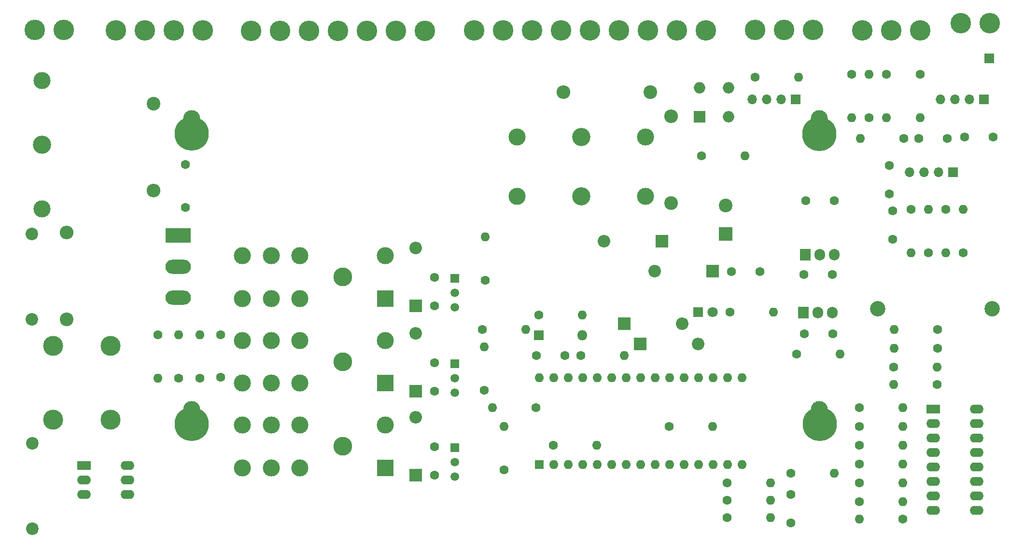
<source format=gbr>
%TF.GenerationSoftware,KiCad,Pcbnew,(5.1.10)-1*%
%TF.CreationDate,2021-10-30T11:26:45+02:00*%
%TF.ProjectId,portail_jc,706f7274-6169-46c5-9f6a-632e6b696361,rev?*%
%TF.SameCoordinates,Original*%
%TF.FileFunction,Soldermask,Bot*%
%TF.FilePolarity,Negative*%
%FSLAX46Y46*%
G04 Gerber Fmt 4.6, Leading zero omitted, Abs format (unit mm)*
G04 Created by KiCad (PCBNEW (5.1.10)-1) date 2021-10-30 11:26:45*
%MOMM*%
%LPD*%
G01*
G04 APERTURE LIST*
%ADD10O,1.600000X1.600000*%
%ADD11C,1.600000*%
%ADD12O,2.200000X2.200000*%
%ADD13R,2.200000X2.200000*%
%ADD14C,3.500000*%
%ADD15C,2.200000*%
%ADD16O,1.700000X1.700000*%
%ADD17R,1.700000X1.700000*%
%ADD18C,3.600000*%
%ADD19O,2.400000X2.400000*%
%ADD20C,2.400000*%
%ADD21C,3.300000*%
%ADD22C,3.000000*%
%ADD23R,3.000000X3.000000*%
%ADD24O,2.400000X1.600000*%
%ADD25R,2.400000X1.600000*%
%ADD26C,2.700000*%
%ADD27O,1.905000X2.000000*%
%ADD28R,1.905000X2.000000*%
%ADD29C,6.000000*%
%ADD30O,1.800000X1.800000*%
%ADD31R,1.800000X1.800000*%
%ADD32R,1.600000X1.600000*%
%ADD33R,2.400000X2.400000*%
%ADD34O,2.000000X2.000000*%
%ADD35R,2.000000X2.000000*%
%ADD36C,1.800000*%
%ADD37C,3.200000*%
%ADD38C,1.500000*%
%ADD39R,1.500000X1.500000*%
%ADD40R,4.500000X2.500000*%
%ADD41O,4.500000X2.500000*%
G04 APERTURE END LIST*
D10*
%TO.C,R41*%
X172720000Y-119126000D03*
D11*
X165100000Y-119126000D03*
%TD*%
%TO.C,C20*%
X234235000Y-65278000D03*
X229235000Y-65278000D03*
%TD*%
%TO.C,C19*%
X224028000Y-74977000D03*
X224028000Y-69977000D03*
%TD*%
%TO.C,C1*%
X224663000Y-82978000D03*
X224663000Y-77978000D03*
%TD*%
D12*
%TO.C,D3*%
X182880000Y-88500000D03*
D13*
X193040000Y-88500000D03*
%TD*%
D10*
%TO.C,R40*%
X198755000Y-68326000D03*
D11*
X191135000Y-68326000D03*
%TD*%
D14*
%TO.C,FL1*%
X87438000Y-114632000D03*
X87438000Y-101632000D03*
X77438000Y-114632000D03*
X77438000Y-101632000D03*
%TD*%
D11*
%TO.C,R22*%
X103124000Y-107315000D03*
D10*
X103124000Y-99695000D03*
%TD*%
%TO.C,R20*%
X99441000Y-99695000D03*
D11*
X99441000Y-107315000D03*
%TD*%
D15*
%TO.C,C18*%
X73787000Y-133745000D03*
X73787000Y-118745000D03*
%TD*%
%TO.C,C5*%
X73660000Y-82042000D03*
X73660000Y-97042000D03*
%TD*%
D16*
%TO.C,J8*%
X233045000Y-58420000D03*
X235585000Y-58420000D03*
X238125000Y-58420000D03*
D17*
X240665000Y-58420000D03*
%TD*%
D16*
%TO.C,J7*%
X227580000Y-71179500D03*
X230120000Y-71179500D03*
X232660000Y-71179500D03*
D17*
X235200000Y-71179500D03*
%TD*%
D16*
%TO.C,J11*%
X200025000Y-58420000D03*
X202565000Y-58420000D03*
X205105000Y-58420000D03*
D17*
X207645000Y-58420000D03*
%TD*%
D18*
%TO.C,J2*%
X103632000Y-46291500D03*
X98552000Y-46291500D03*
X93472000Y-46291500D03*
X88392000Y-46291500D03*
%TD*%
%TO.C,J4*%
X191833500Y-46291500D03*
X186753500Y-46291500D03*
X181673500Y-46291500D03*
X176593500Y-46291500D03*
X171513500Y-46291500D03*
X166433500Y-46291500D03*
X161353500Y-46291500D03*
X156273500Y-46291500D03*
X151193500Y-46291500D03*
%TD*%
%TO.C,J3*%
X142621000Y-46355000D03*
X137541000Y-46355000D03*
X132461000Y-46355000D03*
X127381000Y-46355000D03*
X122301000Y-46355000D03*
X117221000Y-46355000D03*
X112141000Y-46355000D03*
%TD*%
D10*
%TO.C,R5*%
X203200000Y-125730000D03*
D11*
X195580000Y-125730000D03*
%TD*%
D10*
%TO.C,R39*%
X156464000Y-115824000D03*
D11*
X156464000Y-123444000D03*
%TD*%
D19*
%TO.C,D10*%
X166878000Y-57150000D03*
D20*
X182118000Y-57150000D03*
%TD*%
D19*
%TO.C,D4*%
X185801000Y-61341000D03*
D20*
X185801000Y-76581000D03*
%TD*%
D19*
%TO.C,D1*%
X79756000Y-81788000D03*
D20*
X79756000Y-97028000D03*
%TD*%
D10*
%TO.C,R38*%
X218821000Y-132080000D03*
D11*
X226441000Y-132080000D03*
%TD*%
D10*
%TO.C,R37*%
X229489000Y-61595000D03*
D11*
X229489000Y-53975000D03*
%TD*%
D21*
%TO.C,K4*%
X128181100Y-119301500D03*
D22*
X110636000Y-123048000D03*
X115636000Y-115548000D03*
X120636000Y-123048000D03*
X120636000Y-115548000D03*
X110636000Y-115548000D03*
X115636000Y-123048000D03*
X135636000Y-115548000D03*
D23*
X135636000Y-123048000D03*
%TD*%
D21*
%TO.C,K3*%
X128181100Y-104442500D03*
D22*
X110636000Y-108189000D03*
X115636000Y-100689000D03*
X120636000Y-108189000D03*
X120636000Y-100689000D03*
X110636000Y-100689000D03*
X115636000Y-108189000D03*
X135636000Y-100689000D03*
D23*
X135636000Y-108189000D03*
%TD*%
D21*
%TO.C,K2*%
X128181100Y-89583500D03*
D22*
X110636000Y-93330000D03*
X115636000Y-85830000D03*
X120636000Y-93330000D03*
X120636000Y-85830000D03*
X110636000Y-85830000D03*
X115636000Y-93330000D03*
X135636000Y-85830000D03*
D23*
X135636000Y-93330000D03*
%TD*%
D11*
%TO.C,C14*%
X144272000Y-119318000D03*
X144272000Y-124318000D03*
%TD*%
%TO.C,C13*%
X144272000Y-104586000D03*
X144272000Y-109586000D03*
%TD*%
%TO.C,C12*%
X144272000Y-89600000D03*
X144272000Y-94600000D03*
%TD*%
D10*
%TO.C,R23*%
X203200000Y-131826000D03*
D11*
X195580000Y-131826000D03*
%TD*%
D10*
%TO.C,R36*%
X233934000Y-85344000D03*
D11*
X233934000Y-77724000D03*
%TD*%
D10*
%TO.C,R27*%
X227838000Y-85344000D03*
D11*
X227838000Y-77724000D03*
%TD*%
%TO.C,C15*%
X209376000Y-76200000D03*
X214376000Y-76200000D03*
%TD*%
D10*
%TO.C,R6*%
X153162000Y-82550000D03*
D11*
X153162000Y-90170000D03*
%TD*%
D24*
%TO.C,U2*%
X239370000Y-112750000D03*
X231750000Y-130530000D03*
X239370000Y-115290000D03*
X231750000Y-127990000D03*
X239370000Y-117830000D03*
X231750000Y-125450000D03*
X239370000Y-120370000D03*
X231750000Y-122910000D03*
X239370000Y-122910000D03*
X231750000Y-120370000D03*
X239370000Y-125450000D03*
X231750000Y-117830000D03*
X239370000Y-127990000D03*
X231750000Y-115290000D03*
X239370000Y-130530000D03*
D25*
X231750000Y-112750000D03*
%TD*%
D11*
%TO.C,C16*%
X196342000Y-88646000D03*
X201342000Y-88646000D03*
%TD*%
D26*
%TO.C,H10*%
X242058000Y-95130000D03*
%TD*%
%TO.C,H9*%
X222000000Y-95130000D03*
%TD*%
D27*
%TO.C,U4*%
X214376000Y-85700000D03*
X211836000Y-85700000D03*
D28*
X209296000Y-85700000D03*
%TD*%
D11*
%TO.C,C10*%
X162132000Y-103378000D03*
X167132000Y-103378000D03*
%TD*%
%TO.C,C9*%
X214042000Y-89154000D03*
X209042000Y-89154000D03*
%TD*%
D22*
%TO.C,H3*%
X211759500Y-61800000D03*
%TD*%
D29*
%TO.C,H5*%
X211800000Y-64516000D03*
%TD*%
D22*
%TO.C,H1*%
X101743500Y-61800000D03*
%TD*%
D29*
%TO.C,H6*%
X101700000Y-64400000D03*
%TD*%
D22*
%TO.C,H2*%
X101743500Y-112800000D03*
%TD*%
D29*
%TO.C,H8*%
X101663500Y-115400000D03*
%TD*%
D22*
%TO.C,H4*%
X211783500Y-112800000D03*
%TD*%
D29*
%TO.C,H7*%
X211876000Y-115400000D03*
%TD*%
D12*
%TO.C,D5*%
X187706000Y-97790000D03*
D13*
X177546000Y-97790000D03*
%TD*%
D10*
%TO.C,R35*%
X223520000Y-61595000D03*
D11*
X223520000Y-53975000D03*
%TD*%
D10*
%TO.C,R34*%
X220472000Y-53975000D03*
D11*
X220472000Y-61595000D03*
%TD*%
D10*
%TO.C,R33*%
X217424000Y-61595000D03*
D11*
X217424000Y-53975000D03*
%TD*%
%TO.C,C8*%
X206750000Y-132750000D03*
X206750000Y-127750000D03*
%TD*%
%TO.C,C7*%
X242236000Y-65024000D03*
X237236000Y-65024000D03*
%TD*%
D30*
%TO.C,D14*%
X170180000Y-99822000D03*
D31*
X162560000Y-99822000D03*
%TD*%
D10*
%TO.C,R32*%
X160274000Y-98806000D03*
D11*
X152654000Y-98806000D03*
%TD*%
D10*
%TO.C,R31*%
X177546000Y-103378000D03*
D11*
X169926000Y-103378000D03*
%TD*%
%TO.C,R3*%
X207772000Y-103124000D03*
D10*
X215392000Y-103124000D03*
%TD*%
D12*
%TO.C,D13*%
X190500000Y-101346000D03*
D13*
X180340000Y-101346000D03*
%TD*%
D32*
%TO.C,A1*%
X162623500Y-122491500D03*
D10*
X195643500Y-107251500D03*
X165163500Y-122491500D03*
X193103500Y-107251500D03*
X167703500Y-122491500D03*
X190563500Y-107251500D03*
X170243500Y-122491500D03*
X188023500Y-107251500D03*
X172783500Y-122491500D03*
X185483500Y-107251500D03*
X175323500Y-122491500D03*
X182943500Y-107251500D03*
X177863500Y-122491500D03*
X180403500Y-107251500D03*
X180403500Y-122491500D03*
X177863500Y-107251500D03*
X182943500Y-122491500D03*
X175323500Y-107251500D03*
X185483500Y-122491500D03*
X172783500Y-107251500D03*
X188023500Y-122491500D03*
X170243500Y-107251500D03*
X190563500Y-122491500D03*
X167703500Y-107251500D03*
X193103500Y-122491500D03*
X165163500Y-107251500D03*
X195643500Y-122491500D03*
X162623500Y-107251500D03*
X198183500Y-122491500D03*
X198183500Y-107251500D03*
%TD*%
%TO.C,R30*%
X170180000Y-96266000D03*
D11*
X162560000Y-96266000D03*
%TD*%
D19*
%TO.C,R29*%
X94996000Y-74422000D03*
D20*
X94996000Y-59182000D03*
%TD*%
D11*
%TO.C,C6*%
X106807000Y-99688000D03*
X106807000Y-107188000D03*
%TD*%
%TO.C,C3*%
X100584000Y-77350000D03*
X100584000Y-69850000D03*
%TD*%
D33*
%TO.C,C2*%
X195326000Y-82042000D03*
D20*
X195326000Y-77042000D03*
%TD*%
D11*
%TO.C,C4*%
X209122000Y-99568000D03*
X214122000Y-99568000D03*
%TD*%
D34*
%TO.C,D2*%
X190754000Y-56388000D03*
X195834000Y-61468000D03*
X195834000Y-56388000D03*
D35*
X190754000Y-61468000D03*
%TD*%
D13*
%TO.C,D7*%
X140970000Y-94600000D03*
D12*
X140970000Y-84440000D03*
%TD*%
%TO.C,D8*%
X140970000Y-99426000D03*
D13*
X140970000Y-109586000D03*
%TD*%
D31*
%TO.C,D9*%
X190500000Y-95758000D03*
D36*
X193040000Y-95758000D03*
%TD*%
D13*
%TO.C,D11*%
X140970000Y-124318000D03*
D12*
X140970000Y-114158000D03*
%TD*%
D13*
%TO.C,D12*%
X184150000Y-83312000D03*
D12*
X173990000Y-83312000D03*
%TD*%
D37*
%TO.C,F1*%
X75438000Y-66368000D03*
D22*
X75438000Y-77618000D03*
X75438000Y-55118000D03*
%TD*%
%TO.C,F2*%
X158750000Y-65024000D03*
X181250000Y-65024000D03*
D37*
X170000000Y-65024000D03*
%TD*%
D22*
%TO.C,F4*%
X181283500Y-75438000D03*
X158783500Y-75438000D03*
D37*
X170033500Y-75438000D03*
%TD*%
D18*
%TO.C,J1*%
X74168000Y-46228000D03*
X79248000Y-46228000D03*
%TD*%
%TO.C,J5*%
X229425500Y-46291500D03*
X224345500Y-46291500D03*
X219265500Y-46291500D03*
%TD*%
%TO.C,J6*%
X236537500Y-45021500D03*
X241617500Y-45021500D03*
%TD*%
D17*
%TO.C,J9*%
X241554000Y-51181000D03*
%TD*%
D18*
%TO.C,J10*%
X200533000Y-46228000D03*
X205613000Y-46228000D03*
X210693000Y-46228000D03*
%TD*%
D38*
%TO.C,Q2*%
X147828000Y-92314000D03*
X147828000Y-94854000D03*
D39*
X147828000Y-89774000D03*
%TD*%
D38*
%TO.C,Q3*%
X147828000Y-107300000D03*
X147828000Y-109840000D03*
D39*
X147828000Y-104760000D03*
%TD*%
%TO.C,Q4*%
X147828000Y-119492000D03*
D38*
X147828000Y-124572000D03*
X147828000Y-122032000D03*
%TD*%
D40*
%TO.C,Q5*%
X99314000Y-82296000D03*
D41*
X99314000Y-87746000D03*
X99314000Y-93196000D03*
%TD*%
D11*
%TO.C,R1*%
X232410000Y-108458000D03*
D10*
X224790000Y-108458000D03*
%TD*%
D11*
%TO.C,R2*%
X200533000Y-54483000D03*
D10*
X208153000Y-54483000D03*
%TD*%
%TO.C,R4*%
X226410000Y-112514000D03*
D11*
X218790000Y-112514000D03*
%TD*%
D10*
%TO.C,R7*%
X153035000Y-101854000D03*
D11*
X153035000Y-109474000D03*
%TD*%
D10*
%TO.C,R8*%
X230886000Y-77724000D03*
D11*
X230886000Y-85344000D03*
%TD*%
%TO.C,R9*%
X236982000Y-85344000D03*
D10*
X236982000Y-77724000D03*
%TD*%
D11*
%TO.C,R10*%
X218790000Y-129024000D03*
D10*
X226410000Y-129024000D03*
%TD*%
%TO.C,R11*%
X226410000Y-125722000D03*
D11*
X218790000Y-125722000D03*
%TD*%
%TO.C,R12*%
X218790000Y-122420000D03*
D10*
X226410000Y-122420000D03*
%TD*%
%TO.C,R13*%
X226410000Y-119118000D03*
D11*
X218790000Y-119118000D03*
%TD*%
D10*
%TO.C,R14*%
X218948000Y-65278000D03*
D11*
X226568000Y-65278000D03*
%TD*%
%TO.C,R15*%
X232473500Y-102108000D03*
D10*
X224853500Y-102108000D03*
%TD*%
D11*
%TO.C,R16*%
X195580000Y-128778000D03*
D10*
X203200000Y-128778000D03*
%TD*%
D11*
%TO.C,R17*%
X196088000Y-95758000D03*
D10*
X203708000Y-95758000D03*
%TD*%
%TO.C,R18*%
X154432000Y-112522000D03*
D11*
X162052000Y-112522000D03*
%TD*%
D10*
%TO.C,R19*%
X95758000Y-107315000D03*
D11*
X95758000Y-99695000D03*
%TD*%
%TO.C,R21*%
X185420000Y-115824000D03*
D10*
X193040000Y-115824000D03*
%TD*%
%TO.C,R24*%
X226410000Y-115816000D03*
D11*
X218790000Y-115816000D03*
%TD*%
%TO.C,R25*%
X206800000Y-124000000D03*
D10*
X214420000Y-124000000D03*
%TD*%
%TO.C,R26*%
X232410000Y-105410000D03*
D11*
X224790000Y-105410000D03*
%TD*%
D10*
%TO.C,R28*%
X224901500Y-98806000D03*
D11*
X232521500Y-98806000D03*
%TD*%
D28*
%TO.C,U1*%
X209000000Y-95800000D03*
D27*
X211540000Y-95800000D03*
X214080000Y-95800000D03*
%TD*%
D25*
%TO.C,U3*%
X82804000Y-122682000D03*
D24*
X90424000Y-127762000D03*
X82804000Y-125222000D03*
X90424000Y-125222000D03*
X82804000Y-127762000D03*
X90424000Y-122682000D03*
%TD*%
M02*

</source>
